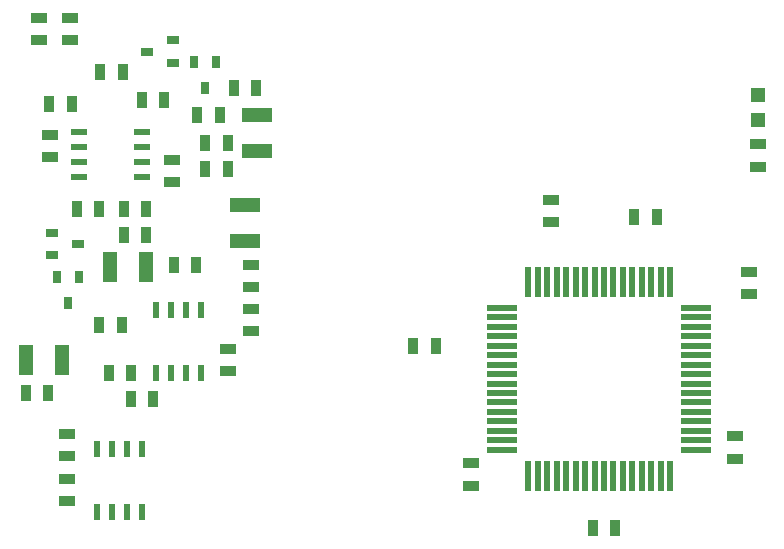
<source format=gtp>
G04 (created by PCBNEW (2013-05-31 BZR 4019)-stable) date 12.01.2015 16:56:15*
%MOIN*%
G04 Gerber Fmt 3.4, Leading zero omitted, Abs format*
%FSLAX34Y34*%
G01*
G70*
G90*
G04 APERTURE LIST*
%ADD10C,0.00590551*%
%ADD11R,0.0394X0.0315*%
%ADD12R,0.0315X0.0394*%
%ADD13R,0.0236X0.0551*%
%ADD14R,0.0551X0.0236*%
%ADD15R,0.1X0.05*%
%ADD16R,0.05X0.1*%
%ADD17R,0.035X0.055*%
%ADD18R,0.055X0.035*%
%ADD19R,0.0472X0.0472*%
%ADD20R,0.0984252X0.019685*%
%ADD21R,0.019685X0.0984252*%
G04 APERTURE END LIST*
G54D10*
G54D11*
X41456Y-56102D03*
X40590Y-56477D03*
X40590Y-55727D03*
G54D12*
X45669Y-50905D03*
X45294Y-50039D03*
X46044Y-50039D03*
X41102Y-58070D03*
X40727Y-57204D03*
X41477Y-57204D03*
G54D11*
X43740Y-49685D03*
X44606Y-49310D03*
X44606Y-50060D03*
G54D13*
X45553Y-60380D03*
X45553Y-58280D03*
X45053Y-60380D03*
X44553Y-60380D03*
X44053Y-60380D03*
X45053Y-58280D03*
X44553Y-58280D03*
X44053Y-58280D03*
G54D14*
X41469Y-53860D03*
X43569Y-53860D03*
X41469Y-53360D03*
X41469Y-52860D03*
X41469Y-52360D03*
X43569Y-53360D03*
X43569Y-52860D03*
X43569Y-52360D03*
G54D15*
X47007Y-55993D03*
X47007Y-54793D03*
G54D16*
X42510Y-56850D03*
X43710Y-56850D03*
X40914Y-59960D03*
X39714Y-59960D03*
G54D15*
X47401Y-51801D03*
X47401Y-53001D03*
G54D17*
X44312Y-51299D03*
X43562Y-51299D03*
G54D18*
X44566Y-54036D03*
X44566Y-53286D03*
G54D17*
X46632Y-50905D03*
X47382Y-50905D03*
G54D18*
X40511Y-52459D03*
X40511Y-53209D03*
G54D17*
X46437Y-52716D03*
X45687Y-52716D03*
X45687Y-53582D03*
X46437Y-53582D03*
X42184Y-50354D03*
X42934Y-50354D03*
X43721Y-54921D03*
X42971Y-54921D03*
X42146Y-54921D03*
X41396Y-54921D03*
X43721Y-55787D03*
X42971Y-55787D03*
X45412Y-51811D03*
X46162Y-51811D03*
X40491Y-51417D03*
X41241Y-51417D03*
X42894Y-58779D03*
X42144Y-58779D03*
G54D18*
X40157Y-48562D03*
X40157Y-49312D03*
X41181Y-48562D03*
X41181Y-49312D03*
X46456Y-60335D03*
X46456Y-59585D03*
X47204Y-57540D03*
X47204Y-56790D03*
X47204Y-58997D03*
X47204Y-58247D03*
G54D17*
X40453Y-61062D03*
X39703Y-61062D03*
X59351Y-65551D03*
X58601Y-65551D03*
G54D18*
X64094Y-53524D03*
X64094Y-52774D03*
X63818Y-57026D03*
X63818Y-57776D03*
G54D17*
X59979Y-55196D03*
X60729Y-55196D03*
G54D18*
X54527Y-63404D03*
X54527Y-64154D03*
X63346Y-62499D03*
X63346Y-63249D03*
X57204Y-55375D03*
X57204Y-54625D03*
G54D17*
X53367Y-59488D03*
X52617Y-59488D03*
X45375Y-56811D03*
X44625Y-56811D03*
X42459Y-60393D03*
X43209Y-60393D03*
X43207Y-61259D03*
X43957Y-61259D03*
G54D19*
X64094Y-51948D03*
X64094Y-51122D03*
G54D20*
X55590Y-58228D03*
X55590Y-58543D03*
X55590Y-58858D03*
X55590Y-59173D03*
X55590Y-59488D03*
X55590Y-59803D03*
X55590Y-60118D03*
X55590Y-60433D03*
X55590Y-60748D03*
X55590Y-61062D03*
X55590Y-61377D03*
X55590Y-61692D03*
X55590Y-62007D03*
X55590Y-62322D03*
X55590Y-62637D03*
X55590Y-62952D03*
G54D21*
X56456Y-63818D03*
X56771Y-63818D03*
X57086Y-63818D03*
X57401Y-63818D03*
X57716Y-63818D03*
X58031Y-63818D03*
X58346Y-63818D03*
X58661Y-63818D03*
X58976Y-63818D03*
X59291Y-63818D03*
X59606Y-63818D03*
X59921Y-63818D03*
X60236Y-63818D03*
X60551Y-63818D03*
X60866Y-63818D03*
X61181Y-63818D03*
G54D20*
X62047Y-62952D03*
X62047Y-62637D03*
X62047Y-62322D03*
X62047Y-62007D03*
X62047Y-61692D03*
X62047Y-61377D03*
X62047Y-61062D03*
X62047Y-60748D03*
X62047Y-60433D03*
X62047Y-60118D03*
X62047Y-59803D03*
X62047Y-59488D03*
X62047Y-59173D03*
X62047Y-58858D03*
X62047Y-58543D03*
X62047Y-58228D03*
G54D21*
X61181Y-57362D03*
X60866Y-57362D03*
X60551Y-57362D03*
X60236Y-57362D03*
X59921Y-57362D03*
X59606Y-57362D03*
X59291Y-57362D03*
X58976Y-57362D03*
X58661Y-57362D03*
X58346Y-57362D03*
X58031Y-57362D03*
X57716Y-57362D03*
X57401Y-57362D03*
X57086Y-57362D03*
X56771Y-57362D03*
X56456Y-57362D03*
G54D13*
X43584Y-65026D03*
X43584Y-62926D03*
X43084Y-65026D03*
X42584Y-65026D03*
X42084Y-65026D03*
X43084Y-62926D03*
X42584Y-62926D03*
X42084Y-62926D03*
G54D18*
X41062Y-63916D03*
X41062Y-64666D03*
X41062Y-63170D03*
X41062Y-62420D03*
M02*

</source>
